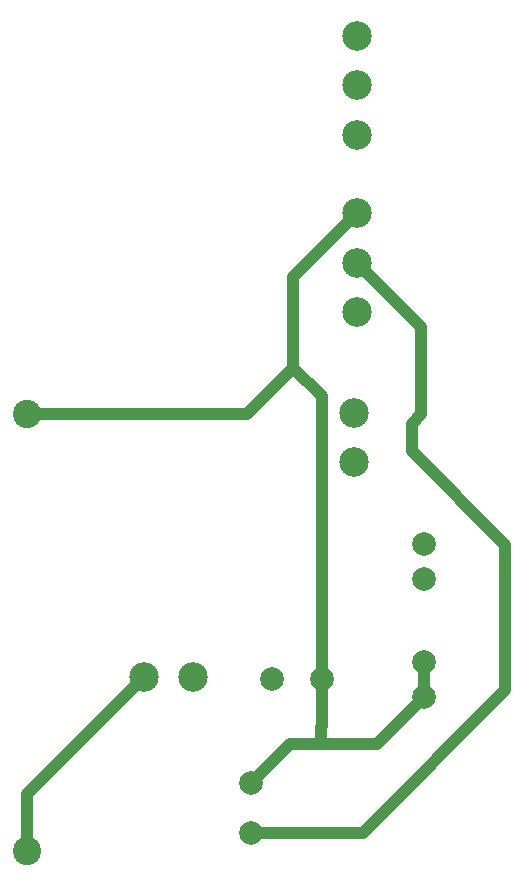
<source format=gbr>
G04 #@! TF.GenerationSoftware,KiCad,Pcbnew,(5.1.4-0)*
G04 #@! TF.CreationDate,2021-06-22T22:46:31+02:00*
G04 #@! TF.ProjectId,accumulator_HV_distribution_board,61636375-6d75-46c6-9174-6f725f48565f,rev?*
G04 #@! TF.SameCoordinates,Original*
G04 #@! TF.FileFunction,Copper,L1,Top*
G04 #@! TF.FilePolarity,Positive*
%FSLAX46Y46*%
G04 Gerber Fmt 4.6, Leading zero omitted, Abs format (unit mm)*
G04 Created by KiCad (PCBNEW (5.1.4-0)) date 2021-06-22 22:46:31*
%MOMM*%
%LPD*%
G04 APERTURE LIST*
%ADD10C,2.000000*%
%ADD11C,2.500000*%
%ADD12C,2.400000*%
%ADD13C,1.000000*%
G04 APERTURE END LIST*
D10*
X165600000Y-108000000D03*
X165600000Y-105000000D03*
X165600000Y-95000000D03*
X165600000Y-98000000D03*
D11*
X141900000Y-106300000D03*
X146100000Y-106300000D03*
X160000000Y-75400000D03*
X160000000Y-71200000D03*
X160000000Y-67000000D03*
X160000000Y-52000000D03*
X160000000Y-56200000D03*
X160000000Y-60400000D03*
D10*
X151000000Y-119500000D03*
X151000000Y-115300000D03*
D11*
X159700000Y-83900000D03*
X159700000Y-88100000D03*
D10*
X157000000Y-106500000D03*
X152800000Y-106500000D03*
D12*
X132000000Y-121000000D03*
X132000000Y-84000000D03*
D13*
X161669125Y-111930875D02*
X165600000Y-108000000D01*
X165600000Y-108000000D02*
X165600000Y-105000000D01*
X156930875Y-110527165D02*
X156930875Y-111930875D01*
X157000000Y-110458040D02*
X156930875Y-110527165D01*
X157000000Y-106500000D02*
X157000000Y-110458040D01*
X156930875Y-111930875D02*
X161669125Y-111930875D01*
X154330875Y-111969125D02*
X154330875Y-111930875D01*
X151000000Y-115300000D02*
X154330875Y-111969125D01*
X154330875Y-111930875D02*
X156930875Y-111930875D01*
X157000000Y-82541468D02*
X154573622Y-80115090D01*
X157000000Y-106500000D02*
X157000000Y-82541468D01*
X154573622Y-72426378D02*
X154573622Y-80115090D01*
X160000000Y-67000000D02*
X154573622Y-72426378D01*
X150688712Y-84000000D02*
X154573622Y-80115090D01*
X132000000Y-84000000D02*
X150688712Y-84000000D01*
X172540445Y-95092447D02*
X172540445Y-107431557D01*
X164599999Y-87152001D02*
X172540445Y-95092447D01*
X160472002Y-119500000D02*
X151000000Y-119500000D01*
X164599999Y-84847999D02*
X164599999Y-87152001D01*
X165426377Y-84021621D02*
X164599999Y-84847999D01*
X165426377Y-76626377D02*
X165426377Y-84021621D01*
X172540445Y-107431557D02*
X160472002Y-119500000D01*
X160000000Y-71200000D02*
X165426377Y-76626377D01*
X132000000Y-116200000D02*
X141900000Y-106300000D01*
X132000000Y-121000000D02*
X132000000Y-116200000D01*
M02*

</source>
